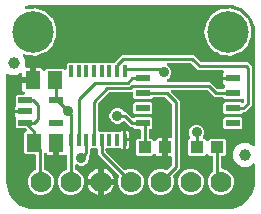
<source format=gbr>
G04 EAGLE Gerber RS-274X export*
G75*
%MOMM*%
%FSLAX34Y34*%
%LPD*%
%INTop Copper*%
%IPPOS*%
%AMOC8*
5,1,8,0,0,1.08239X$1,22.5*%
G01*
%ADD10R,1.075000X1.000000*%
%ADD11R,1.240000X1.500000*%
%ADD12R,0.304800X0.990600*%
%ADD13R,1.200000X0.550000*%
%ADD14C,1.000000*%
%ADD15C,3.516000*%
%ADD16R,1.200000X0.600000*%
%ADD17C,1.778000*%
%ADD18C,0.906400*%
%ADD19C,0.254000*%

G36*
X190522Y2543D02*
X190522Y2543D01*
X190600Y2545D01*
X193977Y2810D01*
X194045Y2824D01*
X194114Y2829D01*
X194270Y2869D01*
X200694Y4956D01*
X200801Y5006D01*
X200912Y5050D01*
X200963Y5083D01*
X200982Y5091D01*
X200997Y5104D01*
X201048Y5136D01*
X206512Y9107D01*
X206599Y9188D01*
X206646Y9227D01*
X206652Y9231D01*
X206653Y9232D01*
X206691Y9264D01*
X206729Y9310D01*
X206744Y9324D01*
X206755Y9342D01*
X206793Y9388D01*
X210764Y14852D01*
X210821Y14956D01*
X210885Y15056D01*
X210907Y15113D01*
X210917Y15131D01*
X210922Y15151D01*
X210944Y15206D01*
X213031Y21630D01*
X213044Y21698D01*
X213067Y21764D01*
X213090Y21923D01*
X213355Y25300D01*
X213355Y25304D01*
X213356Y25307D01*
X213355Y25326D01*
X213359Y25400D01*
X213359Y39746D01*
X213343Y39878D01*
X213332Y40010D01*
X213323Y40035D01*
X213319Y40062D01*
X213271Y40185D01*
X213227Y40310D01*
X213212Y40333D01*
X213202Y40358D01*
X213125Y40465D01*
X213051Y40575D01*
X213031Y40593D01*
X213016Y40615D01*
X212913Y40700D01*
X212815Y40788D01*
X212791Y40801D01*
X212771Y40818D01*
X212651Y40874D01*
X212534Y40936D01*
X212507Y40942D01*
X212483Y40953D01*
X212353Y40978D01*
X212224Y41009D01*
X212197Y41008D01*
X212171Y41013D01*
X212039Y41005D01*
X211906Y41002D01*
X211880Y40995D01*
X211853Y40993D01*
X211727Y40953D01*
X211600Y40917D01*
X211565Y40900D01*
X211551Y40895D01*
X211532Y40884D01*
X211455Y40846D01*
X207126Y38346D01*
X201814Y38346D01*
X197213Y41003D01*
X194556Y45604D01*
X194556Y50916D01*
X197213Y55517D01*
X201814Y58174D01*
X207126Y58174D01*
X211455Y55674D01*
X211578Y55623D01*
X211697Y55567D01*
X211724Y55562D01*
X211749Y55551D01*
X211880Y55532D01*
X212010Y55507D01*
X212036Y55509D01*
X212063Y55505D01*
X212195Y55518D01*
X212327Y55527D01*
X212353Y55535D01*
X212379Y55538D01*
X212504Y55584D01*
X212629Y55625D01*
X212652Y55639D01*
X212678Y55648D01*
X212786Y55724D01*
X212898Y55795D01*
X212917Y55815D01*
X212939Y55830D01*
X213025Y55930D01*
X213116Y56026D01*
X213129Y56050D01*
X213147Y56070D01*
X213206Y56189D01*
X213270Y56305D01*
X213276Y56331D01*
X213288Y56355D01*
X213316Y56485D01*
X213349Y56613D01*
X213351Y56651D01*
X213355Y56666D01*
X213354Y56688D01*
X213359Y56774D01*
X213359Y152400D01*
X213357Y152422D01*
X213355Y152500D01*
X213090Y155877D01*
X213076Y155945D01*
X213071Y156014D01*
X213031Y156170D01*
X210944Y162594D01*
X210893Y162701D01*
X210850Y162812D01*
X210817Y162863D01*
X210809Y162882D01*
X210796Y162897D01*
X210764Y162948D01*
X209071Y165278D01*
X209053Y165297D01*
X209039Y165320D01*
X208944Y165413D01*
X208853Y165509D01*
X208831Y165524D01*
X208812Y165542D01*
X208698Y165608D01*
X208692Y165624D01*
X208689Y165651D01*
X208640Y165775D01*
X208597Y165900D01*
X208582Y165922D01*
X208572Y165947D01*
X208486Y166083D01*
X206793Y168412D01*
X206712Y168499D01*
X206636Y168591D01*
X206590Y168629D01*
X206576Y168644D01*
X206558Y168655D01*
X206512Y168693D01*
X201048Y172664D01*
X200944Y172721D01*
X200844Y172785D01*
X200787Y172807D01*
X200769Y172817D01*
X200749Y172822D01*
X200694Y172844D01*
X194270Y174931D01*
X194202Y174944D01*
X194136Y174967D01*
X193977Y174990D01*
X190600Y175255D01*
X190578Y175254D01*
X190500Y175259D01*
X25400Y175259D01*
X25378Y175257D01*
X25300Y175255D01*
X21923Y174990D01*
X21855Y174976D01*
X21786Y174971D01*
X21630Y174931D01*
X18892Y174041D01*
X18867Y174030D01*
X18841Y174024D01*
X18724Y173963D01*
X18604Y173906D01*
X18583Y173889D01*
X18560Y173877D01*
X18461Y173788D01*
X18359Y173703D01*
X18343Y173682D01*
X18323Y173664D01*
X18250Y173554D01*
X18172Y173446D01*
X18162Y173421D01*
X18147Y173399D01*
X18103Y173274D01*
X18054Y173150D01*
X18051Y173124D01*
X18042Y173099D01*
X18031Y172967D01*
X18014Y172835D01*
X18018Y172808D01*
X18016Y172782D01*
X18038Y172651D01*
X18054Y172519D01*
X18064Y172495D01*
X18068Y172468D01*
X18122Y172347D01*
X18171Y172224D01*
X18187Y172202D01*
X18198Y172178D01*
X18280Y172074D01*
X18358Y171966D01*
X18378Y171949D01*
X18395Y171928D01*
X18501Y171848D01*
X18603Y171763D01*
X18627Y171752D01*
X18648Y171736D01*
X18770Y171684D01*
X18890Y171628D01*
X18917Y171623D01*
X18941Y171612D01*
X19072Y171593D01*
X19203Y171568D01*
X19229Y171569D01*
X19256Y171565D01*
X19416Y171572D01*
X20598Y171696D01*
X20697Y171720D01*
X20799Y171734D01*
X20887Y171764D01*
X20908Y171769D01*
X20920Y171775D01*
X20951Y171786D01*
X21499Y172013D01*
X23543Y172013D01*
X23560Y172015D01*
X23676Y172020D01*
X27504Y172422D01*
X28573Y172075D01*
X28690Y172053D01*
X28805Y172023D01*
X28865Y172019D01*
X28885Y172015D01*
X28906Y172017D01*
X28965Y172013D01*
X29301Y172013D01*
X31209Y171223D01*
X31230Y171217D01*
X31303Y171188D01*
X35466Y169835D01*
X36078Y169285D01*
X36189Y169207D01*
X36297Y169126D01*
X36327Y169111D01*
X36339Y169103D01*
X36359Y169096D01*
X36441Y169055D01*
X36510Y169027D01*
X37805Y167732D01*
X37819Y167721D01*
X37853Y167686D01*
X41687Y164234D01*
X41900Y163756D01*
X41979Y163626D01*
X42250Y162971D01*
X42255Y162963D01*
X42263Y162941D01*
X45092Y156586D01*
X45092Y148214D01*
X42263Y141859D01*
X42260Y141849D01*
X42250Y141829D01*
X41994Y141211D01*
X41975Y141187D01*
X41970Y141179D01*
X41968Y141175D01*
X41963Y141164D01*
X41900Y141044D01*
X41687Y140566D01*
X37853Y137114D01*
X37841Y137100D01*
X37805Y137068D01*
X36510Y135773D01*
X36441Y135745D01*
X36324Y135678D01*
X36204Y135615D01*
X36177Y135594D01*
X36165Y135587D01*
X36149Y135572D01*
X36078Y135515D01*
X35466Y134965D01*
X31302Y133612D01*
X31283Y133603D01*
X31209Y133577D01*
X29301Y132787D01*
X28965Y132787D01*
X28847Y132772D01*
X28729Y132765D01*
X28670Y132750D01*
X28650Y132747D01*
X28631Y132740D01*
X28573Y132725D01*
X27504Y132378D01*
X23676Y132780D01*
X23658Y132780D01*
X23543Y132787D01*
X21499Y132787D01*
X20951Y133014D01*
X20853Y133041D01*
X20757Y133077D01*
X20665Y133092D01*
X20644Y133098D01*
X20630Y133098D01*
X20598Y133104D01*
X19179Y133253D01*
X18504Y133643D01*
X18369Y133699D01*
X18236Y133758D01*
X18223Y133761D01*
X18211Y133766D01*
X18067Y133787D01*
X17923Y133812D01*
X17909Y133810D01*
X17896Y133812D01*
X17751Y133797D01*
X17606Y133785D01*
X17593Y133781D01*
X17580Y133779D01*
X17443Y133729D01*
X17306Y133681D01*
X17294Y133673D01*
X17282Y133668D01*
X17163Y133586D01*
X17041Y133505D01*
X17032Y133495D01*
X17020Y133487D01*
X16926Y133377D01*
X16828Y133269D01*
X16821Y133257D01*
X16813Y133246D01*
X16748Y133116D01*
X16680Y132987D01*
X16677Y132974D01*
X16671Y132962D01*
X16640Y132819D01*
X16607Y132677D01*
X16607Y132664D01*
X16605Y132651D01*
X16611Y132504D01*
X16613Y132359D01*
X16617Y132346D01*
X16618Y132333D01*
X16660Y132193D01*
X16699Y132053D01*
X16707Y132037D01*
X16709Y132028D01*
X16718Y132014D01*
X16770Y131909D01*
X18804Y128386D01*
X18804Y123070D01*
X18819Y122952D01*
X18826Y122833D01*
X18839Y122795D01*
X18844Y122754D01*
X18887Y122644D01*
X18924Y122531D01*
X18946Y122496D01*
X18961Y122459D01*
X19030Y122363D01*
X19094Y122262D01*
X19124Y122234D01*
X19147Y122201D01*
X19239Y122125D01*
X19326Y122044D01*
X19361Y122024D01*
X19392Y121999D01*
X19500Y121948D01*
X19604Y121890D01*
X19644Y121880D01*
X19680Y121863D01*
X19797Y121841D01*
X19912Y121811D01*
X19972Y121807D01*
X19992Y121803D01*
X20013Y121805D01*
X20073Y121801D01*
X22251Y121801D01*
X22251Y114299D01*
X16049Y114299D01*
X16049Y116218D01*
X16033Y116349D01*
X16022Y116481D01*
X16013Y116506D01*
X16009Y116533D01*
X15961Y116656D01*
X15917Y116781D01*
X15902Y116804D01*
X15892Y116829D01*
X15815Y116936D01*
X15741Y117046D01*
X15721Y117064D01*
X15706Y117086D01*
X15603Y117171D01*
X15505Y117259D01*
X15481Y117272D01*
X15461Y117289D01*
X15341Y117345D01*
X15224Y117407D01*
X15197Y117413D01*
X15173Y117425D01*
X15043Y117449D01*
X14914Y117480D01*
X14887Y117479D01*
X14861Y117484D01*
X14729Y117476D01*
X14596Y117473D01*
X14570Y117466D01*
X14543Y117465D01*
X14417Y117424D01*
X14290Y117388D01*
X14255Y117371D01*
X14241Y117367D01*
X14222Y117355D01*
X14145Y117317D01*
X11546Y115816D01*
X6234Y115816D01*
X4445Y116849D01*
X4323Y116901D01*
X4203Y116957D01*
X4176Y116962D01*
X4151Y116972D01*
X4020Y116992D01*
X3890Y117017D01*
X3864Y117015D01*
X3837Y117019D01*
X3705Y117005D01*
X3573Y116997D01*
X3547Y116989D01*
X3521Y116986D01*
X3396Y116940D01*
X3271Y116899D01*
X3248Y116884D01*
X3222Y116875D01*
X3114Y116800D01*
X3002Y116729D01*
X2983Y116709D01*
X2961Y116694D01*
X2875Y116594D01*
X2784Y116497D01*
X2771Y116473D01*
X2753Y116453D01*
X2694Y116334D01*
X2630Y116219D01*
X2624Y116193D01*
X2612Y116168D01*
X2584Y116038D01*
X2551Y115911D01*
X2549Y115873D01*
X2545Y115857D01*
X2546Y115835D01*
X2541Y115750D01*
X2541Y25400D01*
X2543Y25378D01*
X2545Y25300D01*
X2810Y21923D01*
X2824Y21855D01*
X2829Y21786D01*
X2869Y21630D01*
X4956Y15206D01*
X5006Y15099D01*
X5050Y14988D01*
X5083Y14937D01*
X5091Y14918D01*
X5104Y14903D01*
X5136Y14852D01*
X9107Y9388D01*
X9127Y9366D01*
X9138Y9348D01*
X9184Y9305D01*
X9188Y9301D01*
X9264Y9209D01*
X9310Y9171D01*
X9324Y9156D01*
X9342Y9145D01*
X9388Y9107D01*
X14596Y5322D01*
X14852Y5136D01*
X14956Y5079D01*
X15056Y5015D01*
X15113Y4993D01*
X15131Y4983D01*
X15151Y4978D01*
X15206Y4956D01*
X21630Y2869D01*
X21698Y2856D01*
X21764Y2833D01*
X21923Y2810D01*
X25300Y2545D01*
X25322Y2546D01*
X25400Y2541D01*
X190500Y2541D01*
X190522Y2543D01*
G37*
%LPC*%
G36*
X29577Y14477D02*
X29577Y14477D01*
X25563Y16140D01*
X22490Y19213D01*
X20827Y23227D01*
X20827Y27573D01*
X22490Y31587D01*
X25563Y34660D01*
X27054Y35277D01*
X27079Y35292D01*
X27107Y35301D01*
X27217Y35371D01*
X27330Y35435D01*
X27351Y35455D01*
X27376Y35471D01*
X27465Y35566D01*
X27558Y35656D01*
X27574Y35681D01*
X27594Y35703D01*
X27657Y35817D01*
X27725Y35927D01*
X27733Y35956D01*
X27748Y35981D01*
X27780Y36107D01*
X27818Y36231D01*
X27820Y36261D01*
X27827Y36289D01*
X27837Y36450D01*
X27837Y47618D01*
X27822Y47736D01*
X27815Y47855D01*
X27802Y47893D01*
X27797Y47934D01*
X27754Y48044D01*
X27717Y48157D01*
X27695Y48192D01*
X27680Y48229D01*
X27611Y48325D01*
X27547Y48426D01*
X27517Y48454D01*
X27494Y48487D01*
X27402Y48563D01*
X27315Y48644D01*
X27280Y48664D01*
X27249Y48689D01*
X27141Y48740D01*
X27037Y48798D01*
X26997Y48808D01*
X26961Y48825D01*
X26844Y48847D01*
X26729Y48877D01*
X26669Y48881D01*
X26649Y48885D01*
X26628Y48883D01*
X26568Y48887D01*
X19018Y48887D01*
X17827Y50078D01*
X17827Y66762D01*
X19116Y68051D01*
X19227Y68091D01*
X19244Y68102D01*
X19262Y68110D01*
X19375Y68191D01*
X19490Y68269D01*
X19503Y68285D01*
X19520Y68296D01*
X19609Y68404D01*
X19701Y68508D01*
X19710Y68526D01*
X19723Y68541D01*
X19782Y68667D01*
X19845Y68791D01*
X19850Y68811D01*
X19858Y68829D01*
X19884Y68965D01*
X19915Y69101D01*
X19914Y69122D01*
X19918Y69141D01*
X19909Y69280D01*
X19905Y69419D01*
X19899Y69439D01*
X19898Y69459D01*
X19855Y69591D01*
X19817Y69725D01*
X19806Y69742D01*
X19800Y69761D01*
X19726Y69879D01*
X19655Y69999D01*
X19637Y70020D01*
X19630Y70030D01*
X19615Y70044D01*
X19549Y70119D01*
X19233Y70436D01*
X19154Y70496D01*
X19082Y70564D01*
X19029Y70593D01*
X18981Y70630D01*
X18890Y70670D01*
X18804Y70718D01*
X18745Y70733D01*
X18690Y70757D01*
X18592Y70772D01*
X18496Y70797D01*
X18396Y70803D01*
X18376Y70807D01*
X18363Y70805D01*
X18335Y70807D01*
X11907Y70807D01*
X10716Y71998D01*
X10716Y79207D01*
X10770Y79267D01*
X10788Y79303D01*
X10813Y79335D01*
X10860Y79444D01*
X10914Y79551D01*
X10923Y79590D01*
X10939Y79626D01*
X10958Y79744D01*
X10984Y79861D01*
X10982Y79901D01*
X10989Y79940D01*
X10978Y80059D01*
X10974Y80179D01*
X10963Y80217D01*
X10959Y80257D01*
X10919Y80369D01*
X10885Y80484D01*
X10865Y80519D01*
X10851Y80556D01*
X10804Y80626D01*
X10799Y80635D01*
X10381Y81359D01*
X10208Y82006D01*
X10208Y83716D01*
X18644Y83716D01*
X18762Y83731D01*
X18881Y83738D01*
X18919Y83750D01*
X18959Y83756D01*
X19070Y83799D01*
X19183Y83836D01*
X19217Y83858D01*
X19255Y83873D01*
X19351Y83942D01*
X19452Y84006D01*
X19480Y84036D01*
X19512Y84059D01*
X19588Y84151D01*
X19670Y84238D01*
X19689Y84273D01*
X19715Y84304D01*
X19766Y84412D01*
X19823Y84516D01*
X19833Y84556D01*
X19851Y84592D01*
X19873Y84709D01*
X19903Y84824D01*
X19907Y84884D01*
X19910Y84904D01*
X19909Y84925D01*
X19913Y84985D01*
X19913Y85195D01*
X19898Y85313D01*
X19891Y85432D01*
X19878Y85470D01*
X19873Y85511D01*
X19829Y85621D01*
X19793Y85734D01*
X19771Y85769D01*
X19756Y85806D01*
X19686Y85902D01*
X19623Y86003D01*
X19593Y86031D01*
X19569Y86064D01*
X19478Y86140D01*
X19391Y86221D01*
X19356Y86241D01*
X19324Y86266D01*
X19217Y86317D01*
X19112Y86375D01*
X19073Y86385D01*
X19037Y86402D01*
X18920Y86424D01*
X18804Y86454D01*
X18744Y86458D01*
X18724Y86462D01*
X18704Y86460D01*
X18644Y86464D01*
X10208Y86464D01*
X10208Y88174D01*
X10381Y88821D01*
X10757Y89471D01*
X10769Y89485D01*
X10788Y89521D01*
X10812Y89552D01*
X10860Y89662D01*
X10914Y89768D01*
X10923Y89807D01*
X10939Y89844D01*
X10957Y89962D01*
X10984Y90079D01*
X10982Y90118D01*
X10989Y90158D01*
X10978Y90277D01*
X10974Y90397D01*
X10963Y90435D01*
X10959Y90475D01*
X10919Y90587D01*
X10886Y90702D01*
X10865Y90736D01*
X10852Y90774D01*
X10785Y90873D01*
X10724Y90976D01*
X10716Y90985D01*
X10716Y98182D01*
X11907Y99373D01*
X17372Y99373D01*
X17522Y99392D01*
X17675Y99409D01*
X17681Y99412D01*
X17688Y99413D01*
X17829Y99469D01*
X17972Y99523D01*
X17977Y99527D01*
X17983Y99530D01*
X18107Y99620D01*
X18231Y99707D01*
X18235Y99712D01*
X18241Y99716D01*
X18338Y99834D01*
X18436Y99950D01*
X18439Y99956D01*
X18443Y99961D01*
X18508Y100098D01*
X18575Y100237D01*
X18576Y100243D01*
X18579Y100249D01*
X18607Y100397D01*
X18638Y100548D01*
X18638Y100555D01*
X18639Y100561D01*
X18629Y100714D01*
X18621Y100866D01*
X18619Y100872D01*
X18619Y100879D01*
X18572Y101024D01*
X18527Y101169D01*
X18523Y101175D01*
X18521Y101181D01*
X18439Y101310D01*
X18359Y101440D01*
X18354Y101444D01*
X18351Y101450D01*
X18240Y101555D01*
X18130Y101660D01*
X18124Y101663D01*
X18119Y101668D01*
X17986Y101741D01*
X17853Y101817D01*
X17845Y101819D01*
X17841Y101822D01*
X17830Y101824D01*
X17700Y101868D01*
X17609Y101892D01*
X17030Y102227D01*
X16557Y102700D01*
X16222Y103279D01*
X16049Y103926D01*
X16049Y109221D01*
X23520Y109221D01*
X23638Y109236D01*
X23757Y109243D01*
X23795Y109256D01*
X23835Y109261D01*
X23946Y109304D01*
X24059Y109341D01*
X24094Y109363D01*
X24131Y109378D01*
X24227Y109448D01*
X24328Y109511D01*
X24356Y109541D01*
X24388Y109565D01*
X24464Y109656D01*
X24546Y109743D01*
X24565Y109778D01*
X24591Y109809D01*
X24642Y109917D01*
X24699Y110021D01*
X24710Y110061D01*
X24727Y110097D01*
X24749Y110214D01*
X24779Y110329D01*
X24783Y110390D01*
X24787Y110410D01*
X24785Y110430D01*
X24789Y110490D01*
X24789Y111761D01*
X26060Y111761D01*
X26178Y111776D01*
X26297Y111783D01*
X26335Y111796D01*
X26375Y111801D01*
X26486Y111845D01*
X26599Y111881D01*
X26634Y111903D01*
X26671Y111918D01*
X26767Y111988D01*
X26868Y112051D01*
X26896Y112081D01*
X26928Y112105D01*
X27004Y112196D01*
X27086Y112283D01*
X27105Y112318D01*
X27131Y112350D01*
X27182Y112457D01*
X27239Y112561D01*
X27250Y112601D01*
X27267Y112637D01*
X27289Y112754D01*
X27319Y112869D01*
X27323Y112930D01*
X27327Y112950D01*
X27325Y112970D01*
X27329Y113030D01*
X27329Y121801D01*
X31324Y121801D01*
X31971Y121628D01*
X32550Y121293D01*
X33023Y120820D01*
X33386Y120191D01*
X33462Y120091D01*
X33533Y119987D01*
X33558Y119964D01*
X33579Y119937D01*
X33677Y119859D01*
X33771Y119776D01*
X33801Y119761D01*
X33828Y119740D01*
X33943Y119689D01*
X34055Y119631D01*
X34088Y119624D01*
X34118Y119610D01*
X34243Y119589D01*
X34365Y119562D01*
X34399Y119563D01*
X34432Y119557D01*
X34557Y119568D01*
X34683Y119571D01*
X34715Y119581D01*
X34749Y119584D01*
X34868Y119625D01*
X34988Y119660D01*
X35017Y119677D01*
X35049Y119688D01*
X35154Y119758D01*
X35262Y119821D01*
X35299Y119854D01*
X35314Y119864D01*
X35329Y119880D01*
X35383Y119928D01*
X36748Y121293D01*
X50832Y121293D01*
X51537Y120588D01*
X51646Y120503D01*
X51753Y120414D01*
X51772Y120406D01*
X51788Y120393D01*
X51915Y120338D01*
X52041Y120279D01*
X52061Y120275D01*
X52080Y120267D01*
X52218Y120245D01*
X52354Y120219D01*
X52374Y120220D01*
X52394Y120217D01*
X52533Y120230D01*
X52671Y120239D01*
X52690Y120245D01*
X52710Y120247D01*
X52842Y120294D01*
X52973Y120337D01*
X52991Y120348D01*
X53010Y120354D01*
X53125Y120433D01*
X53242Y120507D01*
X53256Y120522D01*
X53273Y120533D01*
X53365Y120637D01*
X53460Y120739D01*
X53470Y120756D01*
X53483Y120771D01*
X53546Y120895D01*
X53614Y121017D01*
X53619Y121037D01*
X53628Y121055D01*
X53658Y121191D01*
X53693Y121325D01*
X53695Y121353D01*
X53698Y121365D01*
X53697Y121385D01*
X53703Y121486D01*
X53703Y125143D01*
X54894Y126334D01*
X59630Y126334D01*
X59707Y126274D01*
X59796Y126195D01*
X59832Y126177D01*
X59864Y126152D01*
X59973Y126105D01*
X60079Y126051D01*
X60119Y126042D01*
X60156Y126026D01*
X60273Y126007D01*
X60389Y125981D01*
X60430Y125982D01*
X60470Y125976D01*
X60588Y125987D01*
X60707Y125991D01*
X60746Y126002D01*
X60786Y126006D01*
X60899Y126046D01*
X61013Y126079D01*
X61047Y126100D01*
X61086Y126113D01*
X61184Y126180D01*
X61287Y126241D01*
X61332Y126281D01*
X61349Y126292D01*
X61362Y126307D01*
X61392Y126334D01*
X66130Y126334D01*
X66207Y126274D01*
X66296Y126195D01*
X66332Y126177D01*
X66364Y126152D01*
X66473Y126105D01*
X66579Y126051D01*
X66619Y126042D01*
X66656Y126026D01*
X66773Y126007D01*
X66889Y125981D01*
X66930Y125982D01*
X66970Y125976D01*
X67089Y125987D01*
X67207Y125991D01*
X67246Y126002D01*
X67286Y126006D01*
X67398Y126046D01*
X67513Y126079D01*
X67548Y126100D01*
X67586Y126113D01*
X67684Y126180D01*
X67787Y126241D01*
X67832Y126281D01*
X67849Y126292D01*
X67862Y126307D01*
X67892Y126334D01*
X72630Y126334D01*
X72707Y126274D01*
X72796Y126195D01*
X72832Y126177D01*
X72864Y126152D01*
X72973Y126105D01*
X73079Y126051D01*
X73119Y126042D01*
X73156Y126026D01*
X73273Y126007D01*
X73389Y125981D01*
X73430Y125982D01*
X73470Y125976D01*
X73589Y125987D01*
X73707Y125991D01*
X73746Y126002D01*
X73786Y126006D01*
X73898Y126046D01*
X74013Y126079D01*
X74048Y126100D01*
X74086Y126113D01*
X74184Y126180D01*
X74287Y126241D01*
X74332Y126281D01*
X74349Y126292D01*
X74362Y126307D01*
X74392Y126334D01*
X79130Y126334D01*
X79207Y126274D01*
X79296Y126195D01*
X79332Y126177D01*
X79364Y126152D01*
X79473Y126105D01*
X79579Y126051D01*
X79619Y126042D01*
X79656Y126026D01*
X79773Y126007D01*
X79889Y125981D01*
X79930Y125982D01*
X79970Y125976D01*
X80089Y125987D01*
X80207Y125991D01*
X80246Y126002D01*
X80286Y126006D01*
X80398Y126046D01*
X80513Y126079D01*
X80548Y126100D01*
X80586Y126113D01*
X80684Y126180D01*
X80787Y126241D01*
X80832Y126281D01*
X80849Y126292D01*
X80862Y126307D01*
X80892Y126334D01*
X85630Y126334D01*
X85707Y126274D01*
X85796Y126195D01*
X85832Y126177D01*
X85864Y126152D01*
X85973Y126105D01*
X86079Y126051D01*
X86119Y126042D01*
X86156Y126026D01*
X86273Y126007D01*
X86389Y125981D01*
X86430Y125982D01*
X86470Y125976D01*
X86589Y125987D01*
X86707Y125991D01*
X86746Y126002D01*
X86786Y126006D01*
X86898Y126046D01*
X87013Y126079D01*
X87048Y126100D01*
X87086Y126113D01*
X87184Y126180D01*
X87287Y126241D01*
X87332Y126281D01*
X87349Y126292D01*
X87362Y126307D01*
X87392Y126334D01*
X92151Y126334D01*
X92210Y126281D01*
X92246Y126263D01*
X92278Y126238D01*
X92388Y126190D01*
X92494Y126136D01*
X92533Y126128D01*
X92570Y126111D01*
X92688Y126093D01*
X92804Y126067D01*
X92844Y126068D01*
X92884Y126062D01*
X93003Y126073D01*
X93122Y126076D01*
X93161Y126088D01*
X93201Y126091D01*
X93313Y126132D01*
X93427Y126165D01*
X93462Y126185D01*
X93500Y126199D01*
X93599Y126266D01*
X93701Y126326D01*
X93746Y126366D01*
X93763Y126378D01*
X93777Y126393D01*
X93822Y126433D01*
X95264Y127874D01*
X100232Y132843D01*
X161388Y132843D01*
X167366Y126864D01*
X167445Y126804D01*
X167517Y126736D01*
X167570Y126707D01*
X167618Y126670D01*
X167709Y126630D01*
X167795Y126582D01*
X167854Y126567D01*
X167909Y126543D01*
X168007Y126528D01*
X168103Y126503D01*
X168203Y126497D01*
X168224Y126493D01*
X168236Y126495D01*
X168264Y126493D01*
X207108Y126493D01*
X208006Y125595D01*
X210313Y123288D01*
X210313Y90072D01*
X204568Y84327D01*
X203308Y84327D01*
X203210Y84315D01*
X203111Y84312D01*
X203052Y84295D01*
X202992Y84287D01*
X202900Y84251D01*
X202805Y84223D01*
X202753Y84193D01*
X202697Y84170D01*
X202616Y84112D01*
X202531Y84062D01*
X202456Y83996D01*
X202439Y83984D01*
X202431Y83974D01*
X202410Y83956D01*
X201052Y82597D01*
X187368Y82597D01*
X186177Y83788D01*
X186177Y91472D01*
X187368Y92663D01*
X201052Y92663D01*
X201409Y92305D01*
X201503Y92232D01*
X201593Y92153D01*
X201629Y92135D01*
X201661Y92110D01*
X201770Y92063D01*
X201876Y92009D01*
X201915Y92000D01*
X201953Y91984D01*
X202070Y91965D01*
X202186Y91939D01*
X202227Y91940D01*
X202267Y91934D01*
X202385Y91945D01*
X202504Y91949D01*
X202543Y91960D01*
X202583Y91964D01*
X202695Y92004D01*
X202810Y92037D01*
X202845Y92058D01*
X202883Y92072D01*
X202981Y92138D01*
X203084Y92199D01*
X203129Y92239D01*
X203146Y92250D01*
X203159Y92265D01*
X203204Y92305D01*
X203336Y92436D01*
X203396Y92515D01*
X203464Y92587D01*
X203493Y92640D01*
X203530Y92688D01*
X203570Y92779D01*
X203618Y92865D01*
X203633Y92924D01*
X203657Y92979D01*
X203672Y93077D01*
X203697Y93173D01*
X203703Y93273D01*
X203707Y93294D01*
X203705Y93306D01*
X203707Y93334D01*
X203707Y94888D01*
X203690Y95026D01*
X203677Y95165D01*
X203670Y95184D01*
X203667Y95204D01*
X203616Y95333D01*
X203569Y95464D01*
X203558Y95481D01*
X203550Y95500D01*
X203469Y95612D01*
X203391Y95727D01*
X203375Y95740D01*
X203364Y95757D01*
X203256Y95846D01*
X203152Y95938D01*
X203134Y95947D01*
X203119Y95960D01*
X202993Y96019D01*
X202869Y96082D01*
X202849Y96087D01*
X202831Y96095D01*
X202694Y96121D01*
X202559Y96152D01*
X202538Y96151D01*
X202519Y96155D01*
X202380Y96146D01*
X202241Y96142D01*
X202221Y96137D01*
X202201Y96135D01*
X202069Y96093D01*
X201935Y96054D01*
X201918Y96043D01*
X201899Y96037D01*
X201781Y95963D01*
X201661Y95892D01*
X201640Y95874D01*
X201630Y95867D01*
X201616Y95852D01*
X201541Y95786D01*
X201052Y95297D01*
X187368Y95297D01*
X186010Y96656D01*
X185931Y96716D01*
X185859Y96784D01*
X185806Y96813D01*
X185758Y96850D01*
X185668Y96890D01*
X185581Y96938D01*
X185522Y96953D01*
X185467Y96977D01*
X185369Y96992D01*
X185273Y97017D01*
X185173Y97023D01*
X185153Y97027D01*
X185140Y97025D01*
X185112Y97027D01*
X178972Y97027D01*
X172994Y103006D01*
X172915Y103066D01*
X172843Y103134D01*
X172790Y103163D01*
X172742Y103200D01*
X172651Y103240D01*
X172565Y103288D01*
X172506Y103303D01*
X172451Y103327D01*
X172353Y103342D01*
X172257Y103367D01*
X172157Y103373D01*
X172136Y103377D01*
X172124Y103375D01*
X172096Y103377D01*
X143118Y103377D01*
X142980Y103360D01*
X142841Y103347D01*
X142822Y103340D01*
X142802Y103337D01*
X142673Y103286D01*
X142542Y103239D01*
X142525Y103228D01*
X142507Y103220D01*
X142394Y103139D01*
X142279Y103061D01*
X142266Y103045D01*
X142249Y103034D01*
X142160Y102926D01*
X142068Y102822D01*
X142059Y102804D01*
X142046Y102789D01*
X141987Y102663D01*
X141924Y102539D01*
X141919Y102519D01*
X141911Y102501D01*
X141885Y102365D01*
X141854Y102229D01*
X141855Y102208D01*
X141851Y102189D01*
X141860Y102050D01*
X141864Y101911D01*
X141870Y101891D01*
X141871Y101871D01*
X141914Y101739D01*
X141952Y101605D01*
X141963Y101588D01*
X141969Y101569D01*
X142043Y101451D01*
X142114Y101331D01*
X142132Y101310D01*
X142139Y101300D01*
X142154Y101286D01*
X142220Y101211D01*
X147046Y96384D01*
X149353Y94078D01*
X149353Y36732D01*
X143678Y31057D01*
X143659Y31033D01*
X143637Y31014D01*
X143562Y30908D01*
X143483Y30806D01*
X143471Y30778D01*
X143454Y30754D01*
X143408Y30633D01*
X143356Y30514D01*
X143352Y30485D01*
X143341Y30457D01*
X143327Y30328D01*
X143306Y30200D01*
X143309Y30170D01*
X143306Y30141D01*
X143324Y30012D01*
X143336Y29883D01*
X143346Y29855D01*
X143350Y29826D01*
X143402Y29674D01*
X144273Y27573D01*
X144273Y23227D01*
X142610Y19213D01*
X139537Y16140D01*
X135523Y14477D01*
X131177Y14477D01*
X127163Y16140D01*
X124090Y19213D01*
X122427Y23227D01*
X122427Y27573D01*
X124090Y31587D01*
X127163Y34660D01*
X131177Y36323D01*
X135523Y36323D01*
X137624Y35452D01*
X137652Y35445D01*
X137678Y35431D01*
X137805Y35403D01*
X137930Y35369D01*
X137960Y35368D01*
X137989Y35362D01*
X138118Y35366D01*
X138248Y35363D01*
X138277Y35370D01*
X138307Y35371D01*
X138431Y35407D01*
X138558Y35438D01*
X138584Y35451D01*
X138612Y35460D01*
X138724Y35526D01*
X138839Y35586D01*
X138861Y35606D01*
X138886Y35621D01*
X139007Y35728D01*
X142376Y39096D01*
X142436Y39175D01*
X142504Y39247D01*
X142533Y39300D01*
X142570Y39348D01*
X142610Y39439D01*
X142658Y39525D01*
X142673Y39584D01*
X142697Y39639D01*
X142712Y39737D01*
X142737Y39833D01*
X142743Y39933D01*
X142747Y39954D01*
X142745Y39966D01*
X142747Y39994D01*
X142747Y45800D01*
X142732Y45918D01*
X142725Y46037D01*
X142712Y46075D01*
X142707Y46116D01*
X142664Y46226D01*
X142627Y46339D01*
X142605Y46374D01*
X142590Y46411D01*
X142521Y46507D01*
X142457Y46608D01*
X142427Y46636D01*
X142404Y46669D01*
X142312Y46745D01*
X142225Y46826D01*
X142190Y46846D01*
X142159Y46871D01*
X142051Y46922D01*
X141947Y46980D01*
X141907Y46990D01*
X141871Y47007D01*
X141754Y47029D01*
X141639Y47059D01*
X141579Y47063D01*
X141559Y47067D01*
X141538Y47065D01*
X141478Y47069D01*
X139269Y47069D01*
X139269Y53380D01*
X139254Y53498D01*
X139247Y53617D01*
X139234Y53655D01*
X139229Y53695D01*
X139186Y53806D01*
X139149Y53919D01*
X139127Y53953D01*
X139112Y53991D01*
X139043Y54087D01*
X138979Y54188D01*
X138949Y54216D01*
X138926Y54248D01*
X138834Y54324D01*
X138747Y54406D01*
X138712Y54425D01*
X138681Y54451D01*
X138573Y54502D01*
X138469Y54559D01*
X138429Y54569D01*
X138393Y54587D01*
X138286Y54607D01*
X138316Y54611D01*
X138426Y54655D01*
X138539Y54691D01*
X138574Y54713D01*
X138611Y54728D01*
X138707Y54798D01*
X138808Y54861D01*
X138836Y54891D01*
X138869Y54915D01*
X138945Y55006D01*
X139026Y55093D01*
X139046Y55128D01*
X139071Y55160D01*
X139122Y55267D01*
X139180Y55372D01*
X139190Y55411D01*
X139207Y55447D01*
X139229Y55564D01*
X139259Y55680D01*
X139263Y55740D01*
X139267Y55760D01*
X139266Y55767D01*
X139267Y55769D01*
X139266Y55784D01*
X139269Y55840D01*
X139269Y62151D01*
X141478Y62151D01*
X141596Y62166D01*
X141715Y62173D01*
X141753Y62186D01*
X141794Y62191D01*
X141904Y62234D01*
X142017Y62271D01*
X142052Y62293D01*
X142089Y62308D01*
X142185Y62377D01*
X142286Y62441D01*
X142314Y62471D01*
X142347Y62494D01*
X142423Y62586D01*
X142504Y62673D01*
X142524Y62708D01*
X142549Y62739D01*
X142600Y62847D01*
X142658Y62951D01*
X142668Y62991D01*
X142685Y63027D01*
X142707Y63144D01*
X142737Y63259D01*
X142741Y63319D01*
X142745Y63339D01*
X142743Y63360D01*
X142747Y63420D01*
X142747Y90816D01*
X142735Y90914D01*
X142732Y91013D01*
X142715Y91072D01*
X142707Y91132D01*
X142671Y91224D01*
X142643Y91319D01*
X142613Y91371D01*
X142590Y91427D01*
X142532Y91507D01*
X142482Y91593D01*
X142416Y91668D01*
X142404Y91685D01*
X142394Y91693D01*
X142376Y91714D01*
X137434Y96656D01*
X137355Y96716D01*
X137283Y96784D01*
X137230Y96813D01*
X137182Y96850D01*
X137091Y96890D01*
X137005Y96938D01*
X136946Y96953D01*
X136891Y96977D01*
X136793Y96992D01*
X136697Y97017D01*
X136597Y97023D01*
X136576Y97027D01*
X136564Y97025D01*
X136536Y97027D01*
X127308Y97027D01*
X127210Y97015D01*
X127110Y97012D01*
X127052Y96995D01*
X126992Y96987D01*
X126900Y96951D01*
X126805Y96923D01*
X126753Y96893D01*
X126696Y96870D01*
X126616Y96812D01*
X126531Y96762D01*
X126456Y96696D01*
X126439Y96684D01*
X126431Y96674D01*
X126410Y96656D01*
X125052Y95297D01*
X111368Y95297D01*
X110177Y96488D01*
X110177Y100076D01*
X110162Y100194D01*
X110155Y100313D01*
X110142Y100351D01*
X110137Y100392D01*
X110094Y100502D01*
X110057Y100615D01*
X110035Y100650D01*
X110020Y100687D01*
X109951Y100783D01*
X109887Y100884D01*
X109857Y100912D01*
X109834Y100945D01*
X109742Y101021D01*
X109655Y101102D01*
X109620Y101122D01*
X109589Y101147D01*
X109481Y101198D01*
X109377Y101256D01*
X109337Y101266D01*
X109301Y101283D01*
X109184Y101305D01*
X109069Y101335D01*
X109009Y101339D01*
X108989Y101343D01*
X108968Y101341D01*
X108908Y101345D01*
X90032Y101345D01*
X89934Y101333D01*
X89835Y101330D01*
X89776Y101313D01*
X89716Y101305D01*
X89624Y101269D01*
X89529Y101241D01*
X89477Y101211D01*
X89421Y101188D01*
X89341Y101130D01*
X89255Y101080D01*
X89180Y101014D01*
X89163Y101002D01*
X89155Y100992D01*
X89134Y100974D01*
X80434Y92274D01*
X80374Y92195D01*
X80306Y92123D01*
X80282Y92080D01*
X80273Y92069D01*
X80268Y92059D01*
X80240Y92022D01*
X80200Y91931D01*
X80152Y91845D01*
X80137Y91786D01*
X80113Y91731D01*
X80098Y91633D01*
X80073Y91537D01*
X80067Y91437D01*
X80063Y91416D01*
X80065Y91404D01*
X80063Y91376D01*
X80063Y69247D01*
X80078Y69129D01*
X80085Y69010D01*
X80098Y68972D01*
X80103Y68931D01*
X80146Y68821D01*
X80183Y68708D01*
X80205Y68673D01*
X80220Y68636D01*
X80289Y68540D01*
X80353Y68439D01*
X80383Y68411D01*
X80406Y68378D01*
X80498Y68302D01*
X80585Y68221D01*
X80620Y68201D01*
X80651Y68176D01*
X80759Y68125D01*
X80863Y68067D01*
X80903Y68057D01*
X80939Y68040D01*
X81056Y68018D01*
X81171Y67988D01*
X81231Y67984D01*
X81251Y67980D01*
X81272Y67982D01*
X81332Y67978D01*
X85630Y67978D01*
X85707Y67918D01*
X85796Y67839D01*
X85832Y67821D01*
X85864Y67796D01*
X85973Y67749D01*
X86079Y67695D01*
X86119Y67686D01*
X86156Y67670D01*
X86273Y67651D01*
X86389Y67625D01*
X86430Y67626D01*
X86470Y67620D01*
X86588Y67631D01*
X86707Y67635D01*
X86746Y67646D01*
X86786Y67650D01*
X86899Y67690D01*
X87013Y67723D01*
X87047Y67744D01*
X87086Y67757D01*
X87184Y67824D01*
X87287Y67885D01*
X87332Y67925D01*
X87349Y67936D01*
X87362Y67951D01*
X87392Y67978D01*
X92130Y67978D01*
X92207Y67918D01*
X92296Y67839D01*
X92332Y67821D01*
X92364Y67796D01*
X92473Y67749D01*
X92579Y67695D01*
X92619Y67686D01*
X92656Y67670D01*
X92773Y67651D01*
X92889Y67625D01*
X92930Y67626D01*
X92970Y67620D01*
X93088Y67631D01*
X93207Y67635D01*
X93246Y67646D01*
X93286Y67650D01*
X93399Y67690D01*
X93513Y67723D01*
X93547Y67744D01*
X93586Y67757D01*
X93684Y67824D01*
X93787Y67885D01*
X93832Y67925D01*
X93849Y67936D01*
X93862Y67951D01*
X93892Y67978D01*
X98826Y67978D01*
X98864Y67961D01*
X98975Y67943D01*
X99085Y67918D01*
X99132Y67919D01*
X99178Y67911D01*
X99290Y67922D01*
X99403Y67924D01*
X99448Y67937D01*
X99495Y67941D01*
X99601Y67979D01*
X99709Y68009D01*
X99774Y68041D01*
X99794Y68048D01*
X99810Y68059D01*
X99854Y68081D01*
X100255Y68313D01*
X100902Y68486D01*
X101491Y68486D01*
X101491Y60992D01*
X101491Y53498D01*
X100902Y53498D01*
X100255Y53671D01*
X99854Y53903D01*
X99750Y53947D01*
X99650Y53998D01*
X99604Y54008D01*
X99560Y54027D01*
X99449Y54043D01*
X99339Y54068D01*
X99292Y54066D01*
X99246Y54073D01*
X99134Y54061D01*
X99021Y54058D01*
X98976Y54045D01*
X98929Y54040D01*
X98839Y54006D01*
X93890Y54006D01*
X93813Y54066D01*
X93724Y54145D01*
X93688Y54163D01*
X93656Y54188D01*
X93547Y54235D01*
X93441Y54289D01*
X93401Y54298D01*
X93364Y54314D01*
X93247Y54333D01*
X93131Y54359D01*
X93090Y54358D01*
X93050Y54364D01*
X92931Y54353D01*
X92813Y54349D01*
X92774Y54338D01*
X92734Y54334D01*
X92622Y54294D01*
X92507Y54261D01*
X92472Y54240D01*
X92434Y54227D01*
X92336Y54160D01*
X92233Y54099D01*
X92188Y54059D01*
X92171Y54048D01*
X92158Y54033D01*
X92128Y54006D01*
X87832Y54006D01*
X87714Y53991D01*
X87595Y53984D01*
X87557Y53971D01*
X87516Y53966D01*
X87406Y53923D01*
X87293Y53886D01*
X87258Y53864D01*
X87221Y53849D01*
X87125Y53780D01*
X87024Y53716D01*
X86996Y53686D01*
X86963Y53663D01*
X86887Y53571D01*
X86806Y53484D01*
X86786Y53449D01*
X86761Y53418D01*
X86710Y53310D01*
X86652Y53206D01*
X86642Y53166D01*
X86625Y53130D01*
X86603Y53013D01*
X86573Y52898D01*
X86569Y52838D01*
X86565Y52818D01*
X86567Y52797D01*
X86563Y52737D01*
X86563Y51984D01*
X86575Y51886D01*
X86578Y51787D01*
X86595Y51728D01*
X86603Y51668D01*
X86639Y51576D01*
X86667Y51481D01*
X86697Y51429D01*
X86720Y51373D01*
X86778Y51293D01*
X86828Y51207D01*
X86894Y51132D01*
X86906Y51115D01*
X86916Y51107D01*
X86934Y51086D01*
X102293Y35728D01*
X102317Y35709D01*
X102336Y35687D01*
X102442Y35612D01*
X102544Y35533D01*
X102572Y35521D01*
X102596Y35504D01*
X102717Y35458D01*
X102836Y35406D01*
X102865Y35402D01*
X102893Y35391D01*
X103022Y35377D01*
X103150Y35356D01*
X103180Y35359D01*
X103209Y35356D01*
X103338Y35374D01*
X103467Y35386D01*
X103495Y35396D01*
X103524Y35400D01*
X103676Y35452D01*
X105777Y36323D01*
X110123Y36323D01*
X114137Y34660D01*
X117210Y31587D01*
X118873Y27573D01*
X118873Y23227D01*
X117210Y19213D01*
X114137Y16140D01*
X110123Y14477D01*
X105777Y14477D01*
X101763Y16140D01*
X98690Y19213D01*
X97027Y23227D01*
X97027Y27573D01*
X97898Y29674D01*
X97905Y29702D01*
X97919Y29728D01*
X97947Y29855D01*
X97981Y29980D01*
X97982Y30010D01*
X97988Y30039D01*
X97984Y30168D01*
X97987Y30298D01*
X97980Y30327D01*
X97979Y30357D01*
X97943Y30481D01*
X97912Y30608D01*
X97899Y30634D01*
X97890Y30662D01*
X97825Y30774D01*
X97764Y30889D01*
X97744Y30911D01*
X97729Y30936D01*
X97622Y31057D01*
X82264Y46416D01*
X79957Y48722D01*
X79957Y52737D01*
X79942Y52855D01*
X79935Y52974D01*
X79922Y53012D01*
X79917Y53053D01*
X79874Y53163D01*
X79837Y53276D01*
X79815Y53311D01*
X79800Y53348D01*
X79731Y53444D01*
X79667Y53545D01*
X79637Y53573D01*
X79614Y53606D01*
X79522Y53682D01*
X79435Y53763D01*
X79400Y53783D01*
X79369Y53808D01*
X79261Y53859D01*
X79157Y53917D01*
X79117Y53927D01*
X79081Y53944D01*
X78964Y53966D01*
X78849Y53996D01*
X78789Y54000D01*
X78769Y54004D01*
X78748Y54002D01*
X78688Y54006D01*
X74832Y54006D01*
X74714Y53991D01*
X74595Y53984D01*
X74557Y53971D01*
X74516Y53966D01*
X74406Y53923D01*
X74293Y53886D01*
X74258Y53864D01*
X74221Y53849D01*
X74125Y53780D01*
X74024Y53716D01*
X73996Y53686D01*
X73963Y53663D01*
X73887Y53571D01*
X73806Y53484D01*
X73786Y53449D01*
X73761Y53418D01*
X73710Y53310D01*
X73652Y53206D01*
X73642Y53166D01*
X73625Y53130D01*
X73603Y53013D01*
X73573Y52898D01*
X73569Y52838D01*
X73565Y52818D01*
X73567Y52797D01*
X73563Y52737D01*
X73563Y48572D01*
X72976Y47986D01*
X72916Y47907D01*
X72848Y47835D01*
X72819Y47782D01*
X72782Y47734D01*
X72742Y47643D01*
X72694Y47557D01*
X72679Y47498D01*
X72655Y47443D01*
X72640Y47345D01*
X72615Y47249D01*
X72609Y47149D01*
X72605Y47128D01*
X72607Y47116D01*
X72605Y47088D01*
X72605Y44414D01*
X71605Y42001D01*
X69759Y40155D01*
X67346Y39155D01*
X64734Y39155D01*
X62318Y40156D01*
X62270Y40169D01*
X62225Y40190D01*
X62117Y40211D01*
X62011Y40240D01*
X61961Y40241D01*
X61912Y40250D01*
X61803Y40243D01*
X61693Y40245D01*
X61645Y40234D01*
X61595Y40231D01*
X61491Y40197D01*
X61384Y40171D01*
X61340Y40148D01*
X61293Y40132D01*
X61200Y40074D01*
X61103Y40022D01*
X61066Y39989D01*
X61024Y39962D01*
X60949Y39882D01*
X60867Y39808D01*
X60840Y39767D01*
X60806Y39731D01*
X60753Y39635D01*
X60693Y39543D01*
X60676Y39496D01*
X60652Y39452D01*
X60625Y39346D01*
X60589Y39242D01*
X60585Y39192D01*
X60573Y39144D01*
X60563Y38984D01*
X60563Y36657D01*
X60566Y36628D01*
X60564Y36598D01*
X60586Y36470D01*
X60603Y36342D01*
X60613Y36314D01*
X60618Y36285D01*
X60672Y36167D01*
X60720Y36046D01*
X60737Y36022D01*
X60749Y35995D01*
X60830Y35894D01*
X60906Y35789D01*
X60929Y35770D01*
X60948Y35747D01*
X61051Y35669D01*
X61151Y35586D01*
X61178Y35573D01*
X61202Y35555D01*
X61346Y35485D01*
X63337Y34660D01*
X66410Y31587D01*
X68073Y27573D01*
X68073Y23227D01*
X66410Y19213D01*
X63337Y16140D01*
X59323Y14477D01*
X54977Y14477D01*
X50963Y16140D01*
X47890Y19213D01*
X46227Y23227D01*
X46227Y27573D01*
X47890Y31587D01*
X50963Y34660D01*
X53174Y35576D01*
X53199Y35590D01*
X53227Y35599D01*
X53337Y35669D01*
X53450Y35733D01*
X53471Y35754D01*
X53496Y35770D01*
X53585Y35864D01*
X53678Y35954D01*
X53694Y35980D01*
X53714Y36001D01*
X53777Y36115D01*
X53845Y36226D01*
X53853Y36254D01*
X53868Y36280D01*
X53900Y36405D01*
X53938Y36530D01*
X53940Y36559D01*
X53947Y36588D01*
X53957Y36748D01*
X53957Y47358D01*
X53942Y47483D01*
X53932Y47608D01*
X53922Y47640D01*
X53917Y47674D01*
X53871Y47791D01*
X53831Y47910D01*
X53813Y47938D01*
X53800Y47969D01*
X53727Y48071D01*
X53658Y48177D01*
X53633Y48200D01*
X53614Y48227D01*
X53517Y48307D01*
X53424Y48392D01*
X53395Y48408D01*
X53369Y48430D01*
X53255Y48483D01*
X53144Y48543D01*
X53111Y48551D01*
X53081Y48565D01*
X52957Y48589D01*
X52835Y48619D01*
X52802Y48619D01*
X52769Y48625D01*
X52643Y48617D01*
X52517Y48616D01*
X52469Y48606D01*
X52451Y48605D01*
X52431Y48599D01*
X52359Y48584D01*
X51594Y48379D01*
X47599Y48379D01*
X47599Y57150D01*
X47584Y57268D01*
X47577Y57387D01*
X47564Y57425D01*
X47559Y57465D01*
X47515Y57576D01*
X47479Y57689D01*
X47457Y57724D01*
X47442Y57761D01*
X47372Y57857D01*
X47309Y57958D01*
X47279Y57986D01*
X47255Y58018D01*
X47164Y58094D01*
X47077Y58176D01*
X47042Y58195D01*
X47010Y58221D01*
X46903Y58272D01*
X46799Y58329D01*
X46759Y58340D01*
X46723Y58357D01*
X46606Y58379D01*
X46491Y58409D01*
X46430Y58413D01*
X46410Y58417D01*
X46390Y58415D01*
X46330Y58419D01*
X43790Y58419D01*
X43672Y58404D01*
X43553Y58397D01*
X43515Y58384D01*
X43475Y58379D01*
X43364Y58335D01*
X43251Y58299D01*
X43216Y58277D01*
X43179Y58262D01*
X43083Y58192D01*
X42982Y58129D01*
X42954Y58099D01*
X42921Y58075D01*
X42846Y57984D01*
X42764Y57897D01*
X42744Y57862D01*
X42719Y57830D01*
X42668Y57723D01*
X42610Y57619D01*
X42600Y57579D01*
X42583Y57543D01*
X42561Y57426D01*
X42531Y57311D01*
X42527Y57250D01*
X42523Y57230D01*
X42525Y57210D01*
X42524Y57203D01*
X42523Y57199D01*
X42524Y57195D01*
X42521Y57150D01*
X42521Y48379D01*
X38526Y48379D01*
X37879Y48552D01*
X37300Y48887D01*
X36827Y49360D01*
X36811Y49387D01*
X36723Y49503D01*
X36638Y49621D01*
X36627Y49630D01*
X36619Y49640D01*
X36505Y49731D01*
X36393Y49824D01*
X36380Y49830D01*
X36370Y49838D01*
X36236Y49898D01*
X36105Y49960D01*
X36092Y49962D01*
X36079Y49968D01*
X35935Y49992D01*
X35792Y50019D01*
X35779Y50018D01*
X35766Y50021D01*
X35621Y50009D01*
X35475Y50000D01*
X35462Y49995D01*
X35449Y49994D01*
X35311Y49946D01*
X35173Y49902D01*
X35161Y49894D01*
X35149Y49890D01*
X35027Y49809D01*
X34904Y49731D01*
X34895Y49722D01*
X34884Y49714D01*
X34786Y49606D01*
X34686Y49500D01*
X34679Y49488D01*
X34670Y49478D01*
X34603Y49349D01*
X34532Y49221D01*
X34529Y49208D01*
X34523Y49196D01*
X34489Y49054D01*
X34453Y48913D01*
X34452Y48895D01*
X34450Y48887D01*
X34450Y48870D01*
X34443Y48753D01*
X34443Y36955D01*
X34446Y36926D01*
X34444Y36897D01*
X34466Y36768D01*
X34483Y36640D01*
X34493Y36612D01*
X34498Y36583D01*
X34552Y36465D01*
X34600Y36344D01*
X34617Y36320D01*
X34629Y36293D01*
X34710Y36192D01*
X34786Y36087D01*
X34809Y36068D01*
X34828Y36045D01*
X34931Y35967D01*
X35031Y35884D01*
X35058Y35871D01*
X35082Y35854D01*
X35226Y35783D01*
X37937Y34660D01*
X41010Y31587D01*
X42673Y27573D01*
X42673Y23227D01*
X41010Y19213D01*
X37937Y16140D01*
X33923Y14477D01*
X29577Y14477D01*
G37*
%LPD*%
%LPC*%
G36*
X188776Y132780D02*
X188776Y132780D01*
X188758Y132780D01*
X188643Y132787D01*
X186599Y132787D01*
X186051Y133014D01*
X185953Y133041D01*
X185857Y133077D01*
X185765Y133092D01*
X185744Y133098D01*
X185730Y133098D01*
X185698Y133104D01*
X184279Y133253D01*
X181315Y134964D01*
X181313Y134965D01*
X181310Y134967D01*
X181166Y135038D01*
X179390Y135773D01*
X178793Y136370D01*
X178726Y136422D01*
X178665Y136483D01*
X178551Y136558D01*
X178542Y136565D01*
X178538Y136567D01*
X178531Y136572D01*
X177029Y137439D01*
X175239Y139903D01*
X175226Y139917D01*
X175216Y139933D01*
X175109Y140054D01*
X173873Y141290D01*
X173457Y142296D01*
X173422Y142356D01*
X173397Y142420D01*
X173311Y142556D01*
X172108Y144211D01*
X171547Y146849D01*
X171536Y146883D01*
X171531Y146919D01*
X171479Y147071D01*
X170887Y148499D01*
X170887Y149822D01*
X170881Y149874D01*
X170883Y149926D01*
X170860Y150086D01*
X170368Y152400D01*
X170860Y154714D01*
X170864Y154767D01*
X170877Y154817D01*
X170887Y154978D01*
X170887Y156301D01*
X171479Y157729D01*
X171488Y157763D01*
X171504Y157795D01*
X171547Y157951D01*
X172108Y160589D01*
X173311Y162244D01*
X173344Y162305D01*
X173386Y162360D01*
X173457Y162504D01*
X173873Y163510D01*
X175109Y164746D01*
X175121Y164761D01*
X175136Y164773D01*
X175239Y164897D01*
X177029Y167361D01*
X178531Y168228D01*
X178599Y168280D01*
X178673Y168324D01*
X178775Y168414D01*
X178784Y168421D01*
X178787Y168424D01*
X178793Y168430D01*
X179390Y169027D01*
X181166Y169762D01*
X181168Y169764D01*
X181171Y169764D01*
X181315Y169836D01*
X184279Y171547D01*
X185698Y171696D01*
X185797Y171720D01*
X185899Y171734D01*
X185987Y171764D01*
X186008Y171769D01*
X186020Y171775D01*
X186051Y171786D01*
X186599Y172013D01*
X188643Y172013D01*
X188660Y172015D01*
X188776Y172020D01*
X192604Y172422D01*
X193673Y172075D01*
X193790Y172053D01*
X193905Y172023D01*
X193965Y172019D01*
X193985Y172015D01*
X194006Y172017D01*
X194065Y172013D01*
X194401Y172013D01*
X196309Y171223D01*
X196330Y171217D01*
X196403Y171188D01*
X200566Y169835D01*
X201178Y169285D01*
X201289Y169207D01*
X201397Y169126D01*
X201427Y169111D01*
X201439Y169103D01*
X201459Y169096D01*
X201541Y169055D01*
X201610Y169027D01*
X202905Y167732D01*
X202919Y167721D01*
X202953Y167686D01*
X206610Y164393D01*
X206632Y164378D01*
X206650Y164359D01*
X206762Y164288D01*
X206810Y164254D01*
X206814Y164217D01*
X206824Y164192D01*
X206829Y164166D01*
X206885Y164015D01*
X207000Y163756D01*
X207079Y163626D01*
X207350Y162971D01*
X207355Y162963D01*
X207363Y162941D01*
X210192Y156586D01*
X210192Y148214D01*
X207363Y141859D01*
X207360Y141849D01*
X207350Y141829D01*
X207094Y141211D01*
X207075Y141187D01*
X207070Y141179D01*
X207068Y141175D01*
X207063Y141164D01*
X207000Y141044D01*
X206787Y140566D01*
X202953Y137114D01*
X202941Y137100D01*
X202905Y137068D01*
X201610Y135773D01*
X201541Y135745D01*
X201424Y135678D01*
X201304Y135615D01*
X201277Y135594D01*
X201265Y135587D01*
X201249Y135572D01*
X201178Y135515D01*
X200566Y134965D01*
X196402Y133612D01*
X196383Y133603D01*
X196309Y133577D01*
X194401Y132787D01*
X194065Y132787D01*
X193947Y132772D01*
X193829Y132765D01*
X193770Y132750D01*
X193750Y132747D01*
X193731Y132740D01*
X193673Y132725D01*
X192604Y132378D01*
X188776Y132780D01*
G37*
%LPD*%
%LPC*%
G36*
X181977Y14477D02*
X181977Y14477D01*
X177963Y16140D01*
X174890Y19213D01*
X173227Y23227D01*
X173227Y27573D01*
X174890Y31587D01*
X177546Y34243D01*
X177606Y34321D01*
X177674Y34393D01*
X177703Y34446D01*
X177740Y34494D01*
X177780Y34585D01*
X177828Y34671D01*
X177843Y34730D01*
X177867Y34786D01*
X177882Y34884D01*
X177907Y34979D01*
X177913Y35079D01*
X177917Y35100D01*
X177915Y35112D01*
X177917Y35140D01*
X177917Y46308D01*
X177902Y46426D01*
X177895Y46545D01*
X177882Y46583D01*
X177877Y46624D01*
X177834Y46734D01*
X177797Y46847D01*
X177775Y46882D01*
X177760Y46919D01*
X177691Y47015D01*
X177627Y47116D01*
X177597Y47144D01*
X177574Y47177D01*
X177482Y47253D01*
X177395Y47334D01*
X177360Y47354D01*
X177329Y47379D01*
X177221Y47430D01*
X177117Y47488D01*
X177077Y47498D01*
X177041Y47515D01*
X176924Y47537D01*
X176809Y47567D01*
X176749Y47571D01*
X176729Y47575D01*
X176708Y47573D01*
X176648Y47577D01*
X175003Y47577D01*
X173618Y48963D01*
X173523Y49036D01*
X173434Y49115D01*
X173398Y49133D01*
X173366Y49158D01*
X173257Y49205D01*
X173151Y49259D01*
X173112Y49268D01*
X173074Y49284D01*
X172957Y49303D01*
X172841Y49329D01*
X172800Y49328D01*
X172760Y49334D01*
X172642Y49323D01*
X172523Y49319D01*
X172484Y49308D01*
X172444Y49304D01*
X172331Y49264D01*
X172217Y49231D01*
X172183Y49210D01*
X172144Y49197D01*
X172046Y49130D01*
X171943Y49069D01*
X171898Y49029D01*
X171881Y49018D01*
X171868Y49003D01*
X171823Y48963D01*
X170437Y47577D01*
X158003Y47577D01*
X156812Y48768D01*
X156812Y60452D01*
X158211Y61850D01*
X158284Y61945D01*
X158363Y62034D01*
X158381Y62070D01*
X158406Y62102D01*
X158453Y62211D01*
X158507Y62317D01*
X158516Y62356D01*
X158532Y62394D01*
X158551Y62511D01*
X158577Y62627D01*
X158576Y62668D01*
X158582Y62708D01*
X158571Y62826D01*
X158567Y62945D01*
X158556Y62984D01*
X158552Y63024D01*
X158512Y63136D01*
X158479Y63251D01*
X158458Y63285D01*
X158444Y63324D01*
X158377Y63422D01*
X158317Y63525D01*
X158277Y63570D01*
X158268Y63584D01*
X157265Y66004D01*
X157265Y68616D01*
X158265Y71029D01*
X160111Y72875D01*
X162524Y73875D01*
X165136Y73875D01*
X167549Y72875D01*
X169395Y71029D01*
X170395Y68616D01*
X170395Y66004D01*
X169315Y63398D01*
X169302Y63350D01*
X169281Y63305D01*
X169260Y63197D01*
X169231Y63091D01*
X169230Y63041D01*
X169221Y62992D01*
X169228Y62883D01*
X169226Y62773D01*
X169238Y62725D01*
X169241Y62675D01*
X169275Y62571D01*
X169300Y62464D01*
X169323Y62420D01*
X169339Y62373D01*
X169398Y62280D01*
X169449Y62183D01*
X169482Y62146D01*
X169509Y62104D01*
X169589Y62029D01*
X169663Y61947D01*
X169704Y61920D01*
X169741Y61886D01*
X169837Y61833D01*
X169929Y61773D01*
X169976Y61756D01*
X170019Y61732D01*
X170125Y61705D01*
X170229Y61669D01*
X170279Y61665D01*
X170327Y61653D01*
X170434Y61646D01*
X171823Y60257D01*
X171917Y60184D01*
X172006Y60105D01*
X172042Y60087D01*
X172074Y60062D01*
X172183Y60015D01*
X172289Y59961D01*
X172328Y59952D01*
X172366Y59936D01*
X172483Y59917D01*
X172599Y59891D01*
X172640Y59892D01*
X172680Y59886D01*
X172798Y59897D01*
X172917Y59901D01*
X172956Y59912D01*
X172996Y59916D01*
X173108Y59956D01*
X173223Y59989D01*
X173258Y60010D01*
X173296Y60023D01*
X173394Y60090D01*
X173497Y60151D01*
X173542Y60191D01*
X173559Y60202D01*
X173572Y60217D01*
X173618Y60257D01*
X175003Y61643D01*
X187437Y61643D01*
X188628Y60452D01*
X188628Y48768D01*
X187437Y47577D01*
X185792Y47577D01*
X185674Y47562D01*
X185555Y47555D01*
X185517Y47542D01*
X185476Y47537D01*
X185366Y47494D01*
X185253Y47457D01*
X185218Y47435D01*
X185181Y47420D01*
X185085Y47351D01*
X184984Y47287D01*
X184956Y47257D01*
X184923Y47234D01*
X184847Y47142D01*
X184766Y47055D01*
X184746Y47020D01*
X184721Y46989D01*
X184670Y46881D01*
X184612Y46777D01*
X184602Y46737D01*
X184585Y46701D01*
X184563Y46584D01*
X184533Y46469D01*
X184529Y46409D01*
X184525Y46389D01*
X184527Y46368D01*
X184523Y46308D01*
X184523Y37592D01*
X184538Y37474D01*
X184545Y37355D01*
X184558Y37317D01*
X184563Y37276D01*
X184606Y37166D01*
X184643Y37053D01*
X184665Y37018D01*
X184680Y36981D01*
X184749Y36885D01*
X184813Y36784D01*
X184843Y36756D01*
X184866Y36723D01*
X184958Y36647D01*
X185045Y36566D01*
X185080Y36546D01*
X185111Y36521D01*
X185219Y36470D01*
X185323Y36412D01*
X185363Y36402D01*
X185399Y36385D01*
X185516Y36363D01*
X185631Y36333D01*
X185691Y36329D01*
X185711Y36325D01*
X185732Y36327D01*
X185792Y36323D01*
X186323Y36323D01*
X190337Y34660D01*
X193410Y31587D01*
X195073Y27573D01*
X195073Y23227D01*
X193410Y19213D01*
X190337Y16140D01*
X186323Y14477D01*
X181977Y14477D01*
G37*
%LPD*%
%LPC*%
G36*
X131061Y47069D02*
X131061Y47069D01*
X130414Y47242D01*
X129835Y47577D01*
X129362Y48050D01*
X129127Y48457D01*
X129051Y48557D01*
X128980Y48662D01*
X128955Y48684D01*
X128934Y48711D01*
X128836Y48789D01*
X128742Y48872D01*
X128712Y48887D01*
X128685Y48908D01*
X128570Y48959D01*
X128458Y49017D01*
X128426Y49024D01*
X128395Y49038D01*
X128271Y49059D01*
X128148Y49086D01*
X128114Y49085D01*
X128081Y49091D01*
X127956Y49080D01*
X127830Y49077D01*
X127798Y49067D01*
X127764Y49064D01*
X127646Y49023D01*
X127525Y48988D01*
X127496Y48971D01*
X127464Y48960D01*
X127359Y48890D01*
X127251Y48827D01*
X127214Y48794D01*
X127199Y48784D01*
X127184Y48768D01*
X127130Y48720D01*
X125987Y47577D01*
X113553Y47577D01*
X112362Y48768D01*
X112362Y60452D01*
X113553Y61643D01*
X115198Y61643D01*
X115316Y61658D01*
X115435Y61665D01*
X115473Y61678D01*
X115514Y61683D01*
X115624Y61726D01*
X115737Y61763D01*
X115772Y61785D01*
X115809Y61800D01*
X115905Y61869D01*
X116006Y61933D01*
X116034Y61963D01*
X116067Y61986D01*
X116143Y62078D01*
X116224Y62165D01*
X116244Y62200D01*
X116269Y62231D01*
X116320Y62339D01*
X116378Y62443D01*
X116388Y62483D01*
X116405Y62519D01*
X116427Y62636D01*
X116457Y62751D01*
X116461Y62811D01*
X116465Y62831D01*
X116463Y62852D01*
X116467Y62912D01*
X116467Y68628D01*
X116452Y68746D01*
X116445Y68865D01*
X116432Y68903D01*
X116427Y68944D01*
X116384Y69054D01*
X116347Y69167D01*
X116325Y69202D01*
X116310Y69239D01*
X116241Y69335D01*
X116177Y69436D01*
X116147Y69464D01*
X116124Y69497D01*
X116032Y69573D01*
X115945Y69654D01*
X115910Y69674D01*
X115879Y69699D01*
X115771Y69750D01*
X115667Y69808D01*
X115627Y69818D01*
X115591Y69835D01*
X115474Y69857D01*
X115359Y69887D01*
X115299Y69891D01*
X115279Y69895D01*
X115258Y69893D01*
X115198Y69897D01*
X111368Y69897D01*
X110010Y71256D01*
X109932Y71316D01*
X109859Y71384D01*
X109806Y71413D01*
X109759Y71450D01*
X109668Y71490D01*
X109581Y71538D01*
X109522Y71553D01*
X109467Y71577D01*
X109369Y71592D01*
X109273Y71617D01*
X109173Y71623D01*
X109153Y71627D01*
X109140Y71625D01*
X109112Y71627D01*
X107852Y71627D01*
X102899Y76580D01*
X102805Y76653D01*
X102716Y76732D01*
X102680Y76750D01*
X102648Y76775D01*
X102538Y76822D01*
X102433Y76877D01*
X102393Y76885D01*
X102356Y76901D01*
X102238Y76920D01*
X102122Y76946D01*
X102082Y76945D01*
X102042Y76951D01*
X101923Y76940D01*
X101804Y76937D01*
X101765Y76925D01*
X101725Y76921D01*
X101613Y76881D01*
X101499Y76848D01*
X101464Y76828D01*
X101426Y76814D01*
X101327Y76747D01*
X101225Y76687D01*
X101180Y76647D01*
X101163Y76635D01*
X101149Y76620D01*
X101104Y76580D01*
X100239Y75715D01*
X97826Y74715D01*
X95214Y74715D01*
X92801Y75715D01*
X90955Y77561D01*
X89955Y79974D01*
X89955Y82586D01*
X90955Y84999D01*
X92801Y86845D01*
X95214Y87845D01*
X97826Y87845D01*
X100239Y86845D01*
X102129Y84954D01*
X102208Y84894D01*
X102280Y84826D01*
X102333Y84797D01*
X102381Y84760D01*
X102472Y84720D01*
X102558Y84672D01*
X102617Y84657D01*
X102673Y84633D01*
X102771Y84618D01*
X102866Y84593D01*
X102966Y84587D01*
X102987Y84583D01*
X102999Y84585D01*
X103027Y84583D01*
X104238Y84583D01*
X109216Y79605D01*
X109310Y79532D01*
X109399Y79453D01*
X109435Y79435D01*
X109467Y79410D01*
X109576Y79363D01*
X109682Y79309D01*
X109721Y79300D01*
X109759Y79284D01*
X109877Y79265D01*
X109992Y79239D01*
X110033Y79240D01*
X110073Y79234D01*
X110191Y79245D01*
X110310Y79249D01*
X110349Y79260D01*
X110389Y79264D01*
X110501Y79304D01*
X110616Y79337D01*
X110651Y79358D01*
X110689Y79372D01*
X110787Y79438D01*
X110890Y79499D01*
X110935Y79539D01*
X110952Y79550D01*
X110965Y79565D01*
X111011Y79605D01*
X111368Y79963D01*
X125052Y79963D01*
X126243Y78772D01*
X126243Y71088D01*
X125052Y69897D01*
X124342Y69897D01*
X124224Y69882D01*
X124105Y69875D01*
X124067Y69862D01*
X124026Y69857D01*
X123916Y69814D01*
X123803Y69777D01*
X123768Y69755D01*
X123731Y69740D01*
X123635Y69671D01*
X123534Y69607D01*
X123506Y69577D01*
X123473Y69554D01*
X123397Y69462D01*
X123316Y69375D01*
X123296Y69340D01*
X123271Y69309D01*
X123220Y69201D01*
X123162Y69097D01*
X123152Y69057D01*
X123135Y69021D01*
X123113Y68904D01*
X123083Y68789D01*
X123079Y68729D01*
X123075Y68709D01*
X123077Y68688D01*
X123073Y68628D01*
X123073Y62912D01*
X123088Y62794D01*
X123095Y62675D01*
X123108Y62637D01*
X123113Y62596D01*
X123156Y62486D01*
X123193Y62373D01*
X123215Y62338D01*
X123230Y62301D01*
X123299Y62205D01*
X123363Y62104D01*
X123393Y62076D01*
X123416Y62043D01*
X123508Y61967D01*
X123595Y61886D01*
X123630Y61866D01*
X123661Y61841D01*
X123769Y61790D01*
X123873Y61732D01*
X123913Y61722D01*
X123949Y61705D01*
X124066Y61683D01*
X124181Y61653D01*
X124241Y61649D01*
X124261Y61645D01*
X124282Y61647D01*
X124342Y61643D01*
X125987Y61643D01*
X127130Y60500D01*
X127229Y60423D01*
X127324Y60340D01*
X127355Y60325D01*
X127381Y60305D01*
X127497Y60255D01*
X127609Y60199D01*
X127642Y60192D01*
X127673Y60178D01*
X127797Y60159D01*
X127920Y60132D01*
X127954Y60134D01*
X127987Y60129D01*
X128113Y60140D01*
X128238Y60146D01*
X128270Y60155D01*
X128304Y60158D01*
X128422Y60201D01*
X128543Y60237D01*
X128571Y60255D01*
X128603Y60266D01*
X128707Y60337D01*
X128815Y60402D01*
X128838Y60426D01*
X128866Y60445D01*
X128950Y60539D01*
X129038Y60629D01*
X129064Y60669D01*
X129077Y60683D01*
X129087Y60702D01*
X129127Y60763D01*
X129362Y61170D01*
X129835Y61643D01*
X130414Y61978D01*
X131061Y62151D01*
X134271Y62151D01*
X134271Y55840D01*
X134286Y55722D01*
X134293Y55603D01*
X134305Y55565D01*
X134311Y55525D01*
X134354Y55414D01*
X134391Y55301D01*
X134413Y55267D01*
X134428Y55229D01*
X134497Y55133D01*
X134561Y55032D01*
X134591Y55004D01*
X134614Y54972D01*
X134706Y54896D01*
X134793Y54814D01*
X134828Y54795D01*
X134859Y54769D01*
X134967Y54718D01*
X135071Y54661D01*
X135111Y54651D01*
X135147Y54633D01*
X135254Y54613D01*
X135224Y54609D01*
X135114Y54565D01*
X135001Y54529D01*
X134966Y54507D01*
X134929Y54492D01*
X134832Y54422D01*
X134732Y54359D01*
X134704Y54329D01*
X134671Y54305D01*
X134595Y54214D01*
X134514Y54127D01*
X134494Y54092D01*
X134469Y54060D01*
X134418Y53953D01*
X134360Y53848D01*
X134350Y53809D01*
X134333Y53773D01*
X134311Y53656D01*
X134281Y53540D01*
X134277Y53480D01*
X134273Y53460D01*
X134275Y53440D01*
X134271Y53380D01*
X134271Y47069D01*
X131061Y47069D01*
G37*
%LPD*%
G36*
X185210Y103645D02*
X185210Y103645D01*
X185309Y103648D01*
X185368Y103665D01*
X185428Y103673D01*
X185520Y103709D01*
X185615Y103737D01*
X185667Y103767D01*
X185723Y103790D01*
X185804Y103848D01*
X185889Y103898D01*
X185964Y103964D01*
X185981Y103976D01*
X185989Y103986D01*
X186010Y104004D01*
X187606Y105600D01*
X187683Y105700D01*
X187765Y105795D01*
X187780Y105825D01*
X187801Y105852D01*
X187851Y105967D01*
X187906Y106079D01*
X187913Y106112D01*
X187927Y106143D01*
X187947Y106268D01*
X187973Y106391D01*
X187971Y106424D01*
X187977Y106457D01*
X187965Y106583D01*
X187960Y106708D01*
X187950Y106741D01*
X187947Y106774D01*
X187904Y106892D01*
X187868Y107013D01*
X187851Y107042D01*
X187839Y107073D01*
X187769Y107177D01*
X187704Y107285D01*
X187680Y107309D01*
X187661Y107337D01*
X187566Y107420D01*
X187477Y107508D01*
X187436Y107535D01*
X187422Y107547D01*
X187403Y107557D01*
X187343Y107597D01*
X186650Y107997D01*
X186177Y108470D01*
X185842Y109049D01*
X185669Y109696D01*
X185669Y111531D01*
X193980Y111531D01*
X194098Y111546D01*
X194217Y111553D01*
X194255Y111565D01*
X194295Y111571D01*
X194406Y111614D01*
X194519Y111651D01*
X194553Y111673D01*
X194591Y111688D01*
X194687Y111757D01*
X194788Y111821D01*
X194816Y111851D01*
X194848Y111874D01*
X194924Y111966D01*
X195006Y112053D01*
X195025Y112088D01*
X195051Y112119D01*
X195102Y112227D01*
X195159Y112331D01*
X195169Y112371D01*
X195187Y112407D01*
X195209Y112524D01*
X195239Y112639D01*
X195243Y112699D01*
X195246Y112719D01*
X195245Y112740D01*
X195249Y112800D01*
X195249Y113260D01*
X195234Y113378D01*
X195227Y113497D01*
X195214Y113535D01*
X195209Y113576D01*
X195165Y113686D01*
X195129Y113799D01*
X195107Y113834D01*
X195092Y113871D01*
X195022Y113967D01*
X194959Y114068D01*
X194929Y114096D01*
X194905Y114129D01*
X194814Y114205D01*
X194727Y114286D01*
X194692Y114306D01*
X194660Y114331D01*
X194553Y114382D01*
X194448Y114440D01*
X194409Y114450D01*
X194373Y114467D01*
X194256Y114489D01*
X194140Y114519D01*
X194080Y114523D01*
X194060Y114527D01*
X194040Y114525D01*
X193980Y114529D01*
X185669Y114529D01*
X185669Y116364D01*
X185842Y117011D01*
X186177Y117590D01*
X186307Y117720D01*
X186392Y117830D01*
X186481Y117937D01*
X186490Y117956D01*
X186502Y117972D01*
X186558Y118099D01*
X186617Y118225D01*
X186621Y118245D01*
X186629Y118264D01*
X186650Y118401D01*
X186677Y118538D01*
X186675Y118558D01*
X186679Y118578D01*
X186666Y118716D01*
X186657Y118855D01*
X186651Y118874D01*
X186649Y118894D01*
X186602Y119025D01*
X186559Y119157D01*
X186548Y119175D01*
X186541Y119194D01*
X186463Y119309D01*
X186389Y119426D01*
X186374Y119440D01*
X186363Y119457D01*
X186258Y119549D01*
X186157Y119644D01*
X186139Y119654D01*
X186124Y119667D01*
X186000Y119730D01*
X185879Y119798D01*
X185859Y119803D01*
X185841Y119812D01*
X185705Y119842D01*
X185571Y119877D01*
X185543Y119879D01*
X185531Y119882D01*
X185510Y119881D01*
X185410Y119887D01*
X165002Y119887D01*
X159024Y125866D01*
X158945Y125926D01*
X158873Y125994D01*
X158820Y126023D01*
X158772Y126060D01*
X158681Y126100D01*
X158595Y126148D01*
X158536Y126163D01*
X158481Y126187D01*
X158383Y126202D01*
X158287Y126227D01*
X158187Y126233D01*
X158166Y126237D01*
X158154Y126235D01*
X158126Y126237D01*
X139804Y126237D01*
X139735Y126229D01*
X139665Y126230D01*
X139578Y126209D01*
X139489Y126197D01*
X139424Y126172D01*
X139356Y126155D01*
X139277Y126113D01*
X139193Y126080D01*
X139137Y126039D01*
X139075Y126007D01*
X139009Y125946D01*
X138936Y125894D01*
X138891Y125840D01*
X138840Y125793D01*
X138790Y125718D01*
X138733Y125649D01*
X138703Y125585D01*
X138665Y125527D01*
X138636Y125442D01*
X138597Y125361D01*
X138584Y125292D01*
X138562Y125226D01*
X138555Y125137D01*
X138538Y125049D01*
X138542Y124979D01*
X138537Y124909D01*
X138552Y124821D01*
X138557Y124731D01*
X138579Y124665D01*
X138591Y124596D01*
X138628Y124514D01*
X138655Y124429D01*
X138693Y124370D01*
X138722Y124306D01*
X138778Y124236D01*
X138826Y124160D01*
X138877Y124112D01*
X138920Y124058D01*
X138992Y124004D01*
X139057Y123942D01*
X139118Y123908D01*
X139174Y123866D01*
X139319Y123795D01*
X139609Y123675D01*
X141455Y121829D01*
X142455Y119416D01*
X142455Y116804D01*
X141455Y114391D01*
X139609Y112545D01*
X139319Y112425D01*
X139258Y112390D01*
X139193Y112364D01*
X139121Y112312D01*
X139042Y112267D01*
X138992Y112218D01*
X138936Y112178D01*
X138879Y112108D01*
X138814Y112046D01*
X138778Y111986D01*
X138733Y111933D01*
X138695Y111851D01*
X138648Y111775D01*
X138627Y111708D01*
X138598Y111645D01*
X138581Y111557D01*
X138554Y111471D01*
X138551Y111401D01*
X138538Y111332D01*
X138543Y111243D01*
X138539Y111153D01*
X138553Y111085D01*
X138557Y111015D01*
X138585Y110930D01*
X138603Y110842D01*
X138634Y110779D01*
X138656Y110713D01*
X138704Y110637D01*
X138743Y110556D01*
X138788Y110503D01*
X138826Y110444D01*
X138891Y110382D01*
X138949Y110314D01*
X139006Y110274D01*
X139057Y110226D01*
X139136Y110183D01*
X139209Y110131D01*
X139275Y110106D01*
X139336Y110072D01*
X139423Y110050D01*
X139507Y110018D01*
X139576Y110010D01*
X139644Y109993D01*
X139804Y109983D01*
X175358Y109983D01*
X181336Y104004D01*
X181415Y103944D01*
X181487Y103876D01*
X181540Y103847D01*
X181588Y103810D01*
X181679Y103770D01*
X181765Y103722D01*
X181824Y103707D01*
X181879Y103683D01*
X181977Y103668D01*
X182073Y103643D01*
X182173Y103637D01*
X182194Y103633D01*
X182206Y103635D01*
X182234Y103633D01*
X185112Y103633D01*
X185210Y103645D01*
G37*
%LPC*%
G36*
X156577Y14477D02*
X156577Y14477D01*
X152563Y16140D01*
X149490Y19213D01*
X147827Y23227D01*
X147827Y27573D01*
X149490Y31587D01*
X152563Y34660D01*
X156577Y36323D01*
X160923Y36323D01*
X164937Y34660D01*
X168010Y31587D01*
X169673Y27573D01*
X169673Y23227D01*
X168010Y19213D01*
X164937Y16140D01*
X160923Y14477D01*
X156577Y14477D01*
G37*
%LPD*%
%LPC*%
G36*
X111368Y82597D02*
X111368Y82597D01*
X110177Y83788D01*
X110177Y91472D01*
X111368Y92663D01*
X125052Y92663D01*
X126243Y91472D01*
X126243Y83788D01*
X125052Y82597D01*
X111368Y82597D01*
G37*
%LPD*%
%LPC*%
G36*
X187368Y69897D02*
X187368Y69897D01*
X186177Y71088D01*
X186177Y78772D01*
X187368Y79963D01*
X201052Y79963D01*
X202243Y78772D01*
X202243Y71088D01*
X201052Y69897D01*
X187368Y69897D01*
G37*
%LPD*%
%LPC*%
G36*
X85049Y27899D02*
X85049Y27899D01*
X85049Y36577D01*
X85227Y36549D01*
X86938Y35993D01*
X88541Y35177D01*
X89997Y34119D01*
X91269Y32847D01*
X92327Y31391D01*
X93143Y29788D01*
X93699Y28077D01*
X93727Y27899D01*
X85049Y27899D01*
G37*
%LPD*%
%LPC*%
G36*
X71373Y27899D02*
X71373Y27899D01*
X71401Y28077D01*
X71957Y29788D01*
X72773Y31391D01*
X73831Y32847D01*
X75103Y34119D01*
X76559Y35177D01*
X78162Y35993D01*
X79873Y36549D01*
X80051Y36577D01*
X80051Y27899D01*
X71373Y27899D01*
G37*
%LPD*%
%LPC*%
G36*
X85049Y22901D02*
X85049Y22901D01*
X93727Y22901D01*
X93699Y22723D01*
X93143Y21012D01*
X92327Y19409D01*
X91269Y17953D01*
X89997Y16681D01*
X88541Y15623D01*
X86938Y14807D01*
X85227Y14251D01*
X85049Y14223D01*
X85049Y22901D01*
G37*
%LPD*%
%LPC*%
G36*
X79873Y14251D02*
X79873Y14251D01*
X78162Y14807D01*
X76559Y15623D01*
X75103Y16681D01*
X73831Y17953D01*
X72773Y19409D01*
X71957Y21012D01*
X71401Y22723D01*
X71373Y22901D01*
X80051Y22901D01*
X80051Y14223D01*
X79873Y14251D01*
G37*
%LPD*%
%LPC*%
G36*
X104029Y62261D02*
X104029Y62261D01*
X104029Y68486D01*
X104618Y68486D01*
X105265Y68313D01*
X105844Y67978D01*
X106317Y67505D01*
X106652Y66926D01*
X106825Y66279D01*
X106825Y62261D01*
X104029Y62261D01*
G37*
%LPD*%
%LPC*%
G36*
X104029Y53498D02*
X104029Y53498D01*
X104029Y59723D01*
X106825Y59723D01*
X106825Y55705D01*
X106652Y55058D01*
X106317Y54479D01*
X105844Y54006D01*
X105265Y53671D01*
X104618Y53498D01*
X104029Y53498D01*
G37*
%LPD*%
D10*
X119770Y54610D03*
X136770Y54610D03*
D11*
X24790Y111760D03*
X43790Y111760D03*
X26060Y58420D03*
X45060Y58420D03*
D12*
X57260Y60992D03*
X63760Y60992D03*
X70260Y60992D03*
X76760Y60992D03*
X83260Y60992D03*
X89760Y60992D03*
X96260Y60992D03*
X102760Y60992D03*
X102760Y119348D03*
X96260Y119348D03*
X89760Y119348D03*
X83260Y119348D03*
X76760Y119348D03*
X70260Y119348D03*
X63760Y119348D03*
X57260Y119348D03*
D13*
X18749Y94590D03*
X18749Y85090D03*
X18749Y75590D03*
X44751Y75590D03*
X44751Y94590D03*
D14*
X8890Y125730D03*
X204470Y48260D03*
D15*
X25400Y152400D03*
X190500Y152400D03*
D16*
X194210Y87630D03*
X118210Y87630D03*
X194210Y74930D03*
X194210Y100330D03*
X194210Y113030D03*
X118210Y74930D03*
X118210Y100330D03*
X118210Y113030D03*
D17*
X31750Y25400D03*
X57150Y25400D03*
X82550Y25400D03*
X107950Y25400D03*
X133350Y25400D03*
X158750Y25400D03*
X184150Y25400D03*
D10*
X181220Y54610D03*
X164220Y54610D03*
D18*
X181610Y113030D03*
X133350Y71120D03*
X86360Y73660D03*
X100330Y93980D03*
X181610Y90170D03*
X10160Y105410D03*
X11430Y63500D03*
D19*
X76760Y60992D02*
X76760Y93270D01*
X88138Y104648D02*
X107404Y104648D01*
X109436Y106680D01*
X173990Y106680D02*
X180340Y100330D01*
X194210Y100330D01*
X88138Y104648D02*
X76760Y93270D01*
X109436Y106680D02*
X173990Y106680D01*
X63760Y95510D02*
X63760Y60992D01*
X105510Y109220D02*
X109320Y113030D01*
X118210Y113030D01*
X77470Y109220D02*
X63760Y95510D01*
X77470Y109220D02*
X105510Y109220D01*
X118210Y100330D02*
X138430Y100330D01*
X146050Y38100D02*
X133350Y25400D01*
X146050Y92710D02*
X138430Y100330D01*
X146050Y92710D02*
X146050Y38100D01*
X194210Y87630D02*
X203200Y87630D01*
X207010Y91440D01*
X207010Y121920D01*
X205740Y123190D01*
X160020Y129540D02*
X101600Y129540D01*
X96260Y124200D01*
X96260Y119348D01*
X166370Y123190D02*
X205740Y123190D01*
X166370Y123190D02*
X160020Y129540D01*
X83260Y50090D02*
X107950Y25400D01*
X83260Y50090D02*
X83260Y60992D01*
D18*
X66040Y45720D03*
D19*
X70260Y49940D01*
X70260Y60992D01*
X184150Y25400D02*
X185420Y26670D01*
X181220Y30870D01*
X181220Y54610D01*
D18*
X135890Y118110D03*
D19*
X133350Y120650D01*
X104062Y120650D02*
X102760Y119348D01*
X104062Y120650D02*
X133350Y120650D01*
X118210Y74930D02*
X119770Y73370D01*
X119770Y54610D01*
X57260Y60992D02*
X57260Y25510D01*
X57150Y25400D01*
X44751Y110799D02*
X43790Y111760D01*
X44751Y110799D02*
X44751Y94590D01*
X109220Y74930D02*
X118210Y74930D01*
X109220Y74930D02*
X102870Y81280D01*
X96520Y81280D01*
D18*
X96520Y81280D03*
X54656Y85090D03*
D19*
X45156Y94590D02*
X44751Y94590D01*
X45156Y94590D02*
X54656Y85090D01*
X57260Y82486D02*
X57260Y60992D01*
X57260Y82486D02*
X54656Y85090D01*
X24790Y94590D02*
X18749Y94590D01*
X24790Y94590D02*
X29210Y90170D01*
X29210Y78740D01*
X26060Y75590D02*
X18749Y75590D01*
X26060Y75590D02*
X29210Y78740D01*
X18749Y75590D02*
X26060Y68279D01*
X26060Y58420D01*
X31140Y26010D02*
X31750Y25400D01*
X31140Y26010D02*
X31140Y53340D01*
X26060Y58420D01*
X164220Y54610D02*
X164220Y66920D01*
X163830Y67310D01*
D18*
X163830Y67310D03*
M02*

</source>
